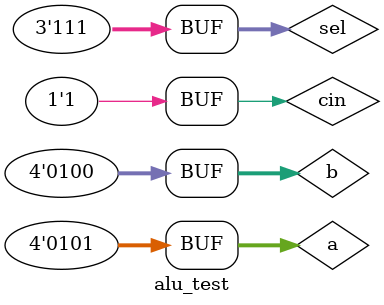
<source format=v>
`timescale 1ns / 1ps


module alu_test;

	// Inputs
	reg [3:0] a;
	reg [3:0] b;
	reg cin;
	reg [2:0] sel;

	// Outputs
	wire [3:0] x;
	wire cout;

	// Instantiate the Unit Under Test (UUT)
	alu uut (
		.a(a), 
		.b(b), 
		.cin(cin), 
		.sel(sel), 
		.x(x), 
		.cout(cout)
	);



	initial begin
		// Initialize Inputs
		a = 0;
		b = 0;
		cin = 0;
		sel = 0;
		
	  $monitor($time," a = %4b, b = %4b, cin = %b, sel = %3b,  over/underflow = %b, ans = %4b ",a,b,cin,sel,cout,x);
		

		// Wait 10 ns for global reset to finish
		//#100 a=6;b=4;cin=1;sel=000;
		//#100 a=15;b=15;cin=1;sel=000;
		#100 a=15;b=15;cin=0;sel=000;
		//#100 a=10;b=5;cin=1;sel=001;
		//#100 a=5;b=10;cin=0;sel=001;
		//#100 a=5;b=15;cin=1;sel=001;
		#100 a=8;b=15;cin=0;sel=001;
		//#100 a=2;b=5;cin=0;sel=010;
		//#100 a=5;b=6;cin=1;sel=011;
		#100 a=5;b=4;cin=1;sel=100;
		#100 a=5;b=4;cin=1;sel=101;
		#100 a=5;b=4;cin=1;sel=110;
		#100 a=5;b=4;cin=1;sel=111;


		
        
		// Add stimulus here

	end
      
endmodule


</source>
